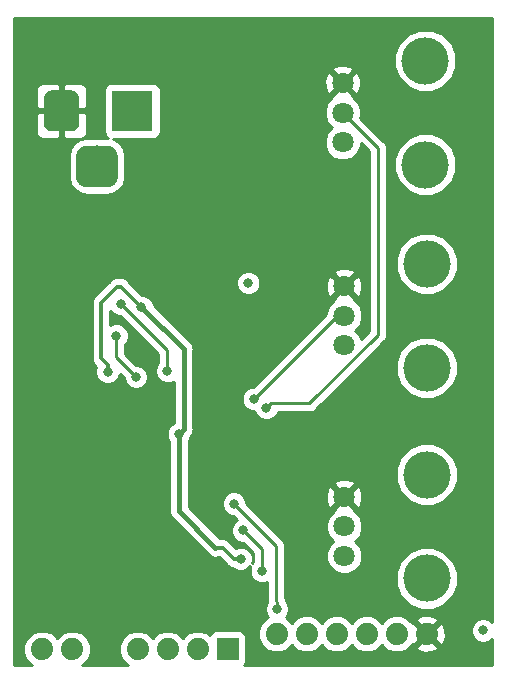
<source format=gbr>
G04 #@! TF.GenerationSoftware,KiCad,Pcbnew,5.0.2-bee76a0~70~ubuntu18.04.1*
G04 #@! TF.CreationDate,2019-12-16T19:01:30-05:00*
G04 #@! TF.ProjectId,LEDStuff,4c454453-7475-4666-962e-6b696361645f,rev?*
G04 #@! TF.SameCoordinates,Original*
G04 #@! TF.FileFunction,Copper,L2,Bot*
G04 #@! TF.FilePolarity,Positive*
%FSLAX46Y46*%
G04 Gerber Fmt 4.6, Leading zero omitted, Abs format (unit mm)*
G04 Created by KiCad (PCBNEW 5.0.2-bee76a0~70~ubuntu18.04.1) date Mon 16 Dec 2019 07:01:30 PM EST*
%MOMM*%
%LPD*%
G01*
G04 APERTURE LIST*
G04 #@! TA.AperFunction,ComponentPad*
%ADD10C,1.879600*%
G04 #@! TD*
G04 #@! TA.AperFunction,ComponentPad*
%ADD11R,3.500000X3.500000*%
G04 #@! TD*
G04 #@! TA.AperFunction,Conductor*
%ADD12C,0.100000*%
G04 #@! TD*
G04 #@! TA.AperFunction,ComponentPad*
%ADD13C,3.000000*%
G04 #@! TD*
G04 #@! TA.AperFunction,ComponentPad*
%ADD14C,3.500000*%
G04 #@! TD*
G04 #@! TA.AperFunction,ComponentPad*
%ADD15C,1.800000*%
G04 #@! TD*
G04 #@! TA.AperFunction,WasherPad*
%ADD16C,4.000000*%
G04 #@! TD*
G04 #@! TA.AperFunction,ComponentPad*
%ADD17R,1.879600X1.879600*%
G04 #@! TD*
G04 #@! TA.AperFunction,ViaPad*
%ADD18C,0.800000*%
G04 #@! TD*
G04 #@! TA.AperFunction,Conductor*
%ADD19C,0.400000*%
G04 #@! TD*
G04 #@! TA.AperFunction,Conductor*
%ADD20C,0.300000*%
G04 #@! TD*
G04 #@! TA.AperFunction,Conductor*
%ADD21C,0.250000*%
G04 #@! TD*
G04 #@! TA.AperFunction,Conductor*
%ADD22C,0.254000*%
G04 #@! TD*
G04 APERTURE END LIST*
D10*
G04 #@! TO.P,J2,1*
G04 #@! TO.N,/MISO*
X153880000Y-120000000D03*
G04 #@! TO.P,J2,2*
G04 #@! TO.N,+5V*
X156420000Y-120000000D03*
G04 #@! TO.P,J2,3*
G04 #@! TO.N,/SCK*
X158960000Y-120000000D03*
G04 #@! TO.P,J2,4*
G04 #@! TO.N,/GREEN_PWM_OUT*
X161500000Y-120000000D03*
G04 #@! TO.P,J2,5*
G04 #@! TO.N,/RESET*
X164040000Y-120000000D03*
G04 #@! TO.P,J2,6*
G04 #@! TO.N,GND*
X166580000Y-120000000D03*
G04 #@! TD*
D11*
G04 #@! TO.P,J1,1*
G04 #@! TO.N,+12V*
X141643100Y-75717400D03*
D12*
G04 #@! TD*
G04 #@! TO.N,GND*
G04 #@! TO.C,J1*
G36*
X136466613Y-73971011D02*
X136539418Y-73981811D01*
X136610814Y-73999695D01*
X136680113Y-74024490D01*
X136746648Y-74055959D01*
X136809778Y-74093798D01*
X136868895Y-74137642D01*
X136923430Y-74187070D01*
X136972858Y-74241605D01*
X137016702Y-74300722D01*
X137054541Y-74363852D01*
X137086010Y-74430387D01*
X137110805Y-74499686D01*
X137128689Y-74571082D01*
X137139489Y-74643887D01*
X137143100Y-74717400D01*
X137143100Y-76717400D01*
X137139489Y-76790913D01*
X137128689Y-76863718D01*
X137110805Y-76935114D01*
X137086010Y-77004413D01*
X137054541Y-77070948D01*
X137016702Y-77134078D01*
X136972858Y-77193195D01*
X136923430Y-77247730D01*
X136868895Y-77297158D01*
X136809778Y-77341002D01*
X136746648Y-77378841D01*
X136680113Y-77410310D01*
X136610814Y-77435105D01*
X136539418Y-77452989D01*
X136466613Y-77463789D01*
X136393100Y-77467400D01*
X134893100Y-77467400D01*
X134819587Y-77463789D01*
X134746782Y-77452989D01*
X134675386Y-77435105D01*
X134606087Y-77410310D01*
X134539552Y-77378841D01*
X134476422Y-77341002D01*
X134417305Y-77297158D01*
X134362770Y-77247730D01*
X134313342Y-77193195D01*
X134269498Y-77134078D01*
X134231659Y-77070948D01*
X134200190Y-77004413D01*
X134175395Y-76935114D01*
X134157511Y-76863718D01*
X134146711Y-76790913D01*
X134143100Y-76717400D01*
X134143100Y-74717400D01*
X134146711Y-74643887D01*
X134157511Y-74571082D01*
X134175395Y-74499686D01*
X134200190Y-74430387D01*
X134231659Y-74363852D01*
X134269498Y-74300722D01*
X134313342Y-74241605D01*
X134362770Y-74187070D01*
X134417305Y-74137642D01*
X134476422Y-74093798D01*
X134539552Y-74055959D01*
X134606087Y-74024490D01*
X134675386Y-73999695D01*
X134746782Y-73981811D01*
X134819587Y-73971011D01*
X134893100Y-73967400D01*
X136393100Y-73967400D01*
X136466613Y-73971011D01*
X136466613Y-73971011D01*
G37*
D13*
G04 #@! TO.P,J1,2*
G04 #@! TO.N,GND*
X135643100Y-75717400D03*
D12*
G04 #@! TD*
G04 #@! TO.N,Net-(J1-Pad3)*
G04 #@! TO.C,J1*
G36*
X139603865Y-78671613D02*
X139688804Y-78684213D01*
X139772099Y-78705077D01*
X139852948Y-78734005D01*
X139930572Y-78770719D01*
X140004224Y-78814864D01*
X140073194Y-78866016D01*
X140136818Y-78923682D01*
X140194484Y-78987306D01*
X140245636Y-79056276D01*
X140289781Y-79129928D01*
X140326495Y-79207552D01*
X140355423Y-79288401D01*
X140376287Y-79371696D01*
X140388887Y-79456635D01*
X140393100Y-79542400D01*
X140393100Y-81292400D01*
X140388887Y-81378165D01*
X140376287Y-81463104D01*
X140355423Y-81546399D01*
X140326495Y-81627248D01*
X140289781Y-81704872D01*
X140245636Y-81778524D01*
X140194484Y-81847494D01*
X140136818Y-81911118D01*
X140073194Y-81968784D01*
X140004224Y-82019936D01*
X139930572Y-82064081D01*
X139852948Y-82100795D01*
X139772099Y-82129723D01*
X139688804Y-82150587D01*
X139603865Y-82163187D01*
X139518100Y-82167400D01*
X137768100Y-82167400D01*
X137682335Y-82163187D01*
X137597396Y-82150587D01*
X137514101Y-82129723D01*
X137433252Y-82100795D01*
X137355628Y-82064081D01*
X137281976Y-82019936D01*
X137213006Y-81968784D01*
X137149382Y-81911118D01*
X137091716Y-81847494D01*
X137040564Y-81778524D01*
X136996419Y-81704872D01*
X136959705Y-81627248D01*
X136930777Y-81546399D01*
X136909913Y-81463104D01*
X136897313Y-81378165D01*
X136893100Y-81292400D01*
X136893100Y-79542400D01*
X136897313Y-79456635D01*
X136909913Y-79371696D01*
X136930777Y-79288401D01*
X136959705Y-79207552D01*
X136996419Y-79129928D01*
X137040564Y-79056276D01*
X137091716Y-78987306D01*
X137149382Y-78923682D01*
X137213006Y-78866016D01*
X137281976Y-78814864D01*
X137355628Y-78770719D01*
X137433252Y-78734005D01*
X137514101Y-78705077D01*
X137597396Y-78684213D01*
X137682335Y-78671613D01*
X137768100Y-78667400D01*
X139518100Y-78667400D01*
X139603865Y-78671613D01*
X139603865Y-78671613D01*
G37*
D14*
G04 #@! TO.P,J1,3*
G04 #@! TO.N,Net-(J1-Pad3)*
X138643100Y-80417400D03*
G04 #@! TD*
D15*
G04 #@! TO.P,RV1,3*
G04 #@! TO.N,GND*
X159448500Y-73371700D03*
G04 #@! TO.P,RV1,2*
G04 #@! TO.N,/RED_POT*
X159448500Y-75871700D03*
G04 #@! TO.P,RV1,1*
G04 #@! TO.N,+5V*
X159448500Y-78371700D03*
D16*
G04 #@! TO.P,RV1,*
G04 #@! TO.N,*
X166448500Y-71471700D03*
X166448500Y-80271700D03*
G04 #@! TD*
G04 #@! TO.P,RV2,*
G04 #@! TO.N,*
X166575500Y-97467500D03*
X166575500Y-88667500D03*
D15*
G04 #@! TO.P,RV2,1*
G04 #@! TO.N,+5V*
X159575500Y-95567500D03*
G04 #@! TO.P,RV2,2*
G04 #@! TO.N,/GREEN_POT*
X159575500Y-93067500D03*
G04 #@! TO.P,RV2,3*
G04 #@! TO.N,GND*
X159575500Y-90567500D03*
G04 #@! TD*
G04 #@! TO.P,RV3,3*
G04 #@! TO.N,GND*
X159575500Y-108411000D03*
G04 #@! TO.P,RV3,2*
G04 #@! TO.N,/BLUE_POT*
X159575500Y-110911000D03*
G04 #@! TO.P,RV3,1*
G04 #@! TO.N,+5V*
X159575500Y-113411000D03*
D16*
G04 #@! TO.P,RV3,*
G04 #@! TO.N,*
X166575500Y-106511000D03*
X166575500Y-115311000D03*
G04 #@! TD*
D17*
G04 #@! TO.P,J3,1*
G04 #@! TO.N,+12V*
X149700000Y-121300000D03*
D10*
G04 #@! TO.P,J3,2*
G04 #@! TO.N,/GREEN_LED_OUT*
X147160000Y-121300000D03*
G04 #@! TO.P,J3,3*
G04 #@! TO.N,/RED_LED_OUT*
X144620000Y-121300000D03*
G04 #@! TO.P,J3,4*
G04 #@! TO.N,/BLUE_LED_OUT*
X142080000Y-121300000D03*
G04 #@! TD*
G04 #@! TO.P,J4,1*
G04 #@! TO.N,/UART_RX_LEVELSHIFTED*
X134000000Y-121300000D03*
G04 #@! TO.P,J4,2*
G04 #@! TO.N,/UART_TX_LEVELSHIFTED*
X136540000Y-121300000D03*
G04 #@! TD*
D18*
G04 #@! TO.N,GND*
X139166600Y-102209600D03*
X145415000Y-114160300D03*
X147662900Y-114439700D03*
X147726400Y-102882700D03*
X143000000Y-97100000D03*
G04 #@! TO.N,+12V*
X171335700Y-119714300D03*
G04 #@! TO.N,+5V*
X145580100Y-103085900D03*
X142405100Y-92316300D03*
X151454302Y-90284300D03*
X150800000Y-113650000D03*
X139550000Y-97800000D03*
G04 #@! TO.N,/RED_POT*
X152971500Y-100863400D03*
G04 #@! TO.N,/GREEN_POT*
X151930100Y-100101400D03*
G04 #@! TO.N,/MISO*
X150241000Y-108978700D03*
X153900000Y-117900000D03*
G04 #@! TO.N,/SCK*
X151029101Y-111250000D03*
X152601048Y-114648952D03*
G04 #@! TO.N,/RXD*
X144600000Y-97750000D03*
X140650000Y-92050000D03*
G04 #@! TO.N,Net-(Q5-Pad3)*
X141950000Y-98250000D03*
X140300000Y-94750000D03*
G04 #@! TD*
D19*
G04 #@! TO.N,+5V*
X145980099Y-102685901D02*
X145980099Y-95891299D01*
X145580100Y-103085900D02*
X145980099Y-102685901D01*
X145980099Y-95891299D02*
X142405100Y-92316300D01*
X145580100Y-103651585D02*
X145580100Y-103085900D01*
X145580100Y-109614540D02*
X145580100Y-103651585D01*
X148678060Y-112712500D02*
X145580100Y-109614540D01*
D20*
X149296815Y-112712500D02*
X148678060Y-112712500D01*
X150234315Y-113650000D02*
X149296815Y-112712500D01*
X150800000Y-113650000D02*
X150234315Y-113650000D01*
X139550000Y-97234315D02*
X139000000Y-96684315D01*
X139550000Y-97800000D02*
X139550000Y-97234315D01*
X139000000Y-96684315D02*
X139000000Y-91950000D01*
X139000000Y-91950000D02*
X140350000Y-90600000D01*
X140688800Y-90600000D02*
X142405100Y-92316300D01*
X140350000Y-90600000D02*
X140688800Y-90600000D01*
D21*
G04 #@! TO.N,/RED_POT*
X156640601Y-100463401D02*
X162420300Y-94683702D01*
X152971500Y-100863400D02*
X153371499Y-100463401D01*
X153371499Y-100463401D02*
X156640601Y-100463401D01*
X162420300Y-78843500D02*
X159448500Y-75871700D01*
X162420300Y-94683702D02*
X162420300Y-78843500D01*
G04 #@! TO.N,/GREEN_POT*
X158964000Y-93067500D02*
X159575500Y-93067500D01*
X151930100Y-100101400D02*
X158964000Y-93067500D01*
G04 #@! TO.N,/MISO*
X153800000Y-112537700D02*
X150241000Y-108978700D01*
X153800000Y-117234315D02*
X153800000Y-112537700D01*
X153900000Y-117334315D02*
X153800000Y-117234315D01*
X153900000Y-117900000D02*
X153900000Y-117334315D01*
G04 #@! TO.N,/SCK*
X152601048Y-112821947D02*
X152601048Y-114083267D01*
X152601048Y-114083267D02*
X152601048Y-114648952D01*
X151029101Y-111250000D02*
X152601048Y-112821947D01*
G04 #@! TO.N,/RXD*
X141049999Y-92449999D02*
X140650000Y-92050000D01*
X144600000Y-97750000D02*
X144600000Y-96000000D01*
X144600000Y-96000000D02*
X141049999Y-92449999D01*
G04 #@! TO.N,Net-(Q5-Pad3)*
X141950000Y-98250000D02*
X140300000Y-96600000D01*
X140300000Y-96600000D02*
X140300000Y-94750000D01*
G04 #@! TD*
D22*
G04 #@! TO.N,GND*
G36*
X172086201Y-119001090D02*
X171921980Y-118836869D01*
X171541574Y-118679300D01*
X171129826Y-118679300D01*
X170749420Y-118836869D01*
X170458269Y-119128020D01*
X170300700Y-119508426D01*
X170300700Y-119920174D01*
X170458269Y-120300580D01*
X170749420Y-120591731D01*
X171129826Y-120749300D01*
X171541574Y-120749300D01*
X171921980Y-120591731D01*
X172086201Y-120427510D01*
X172086201Y-122657800D01*
X151124209Y-122657800D01*
X151237957Y-122487565D01*
X151287240Y-122239800D01*
X151287240Y-120360200D01*
X151237957Y-120112435D01*
X151097609Y-119902391D01*
X150887565Y-119762043D01*
X150639800Y-119712760D01*
X148760200Y-119712760D01*
X148512435Y-119762043D01*
X148302391Y-119902391D01*
X148177061Y-120089958D01*
X148052052Y-119964949D01*
X147473247Y-119725200D01*
X146846753Y-119725200D01*
X146267948Y-119964949D01*
X145890000Y-120342897D01*
X145512052Y-119964949D01*
X144933247Y-119725200D01*
X144306753Y-119725200D01*
X143727948Y-119964949D01*
X143350000Y-120342897D01*
X142972052Y-119964949D01*
X142393247Y-119725200D01*
X141766753Y-119725200D01*
X141187948Y-119964949D01*
X140744949Y-120407948D01*
X140505200Y-120986753D01*
X140505200Y-121613247D01*
X140744949Y-122192052D01*
X141187948Y-122635051D01*
X141242869Y-122657800D01*
X137377131Y-122657800D01*
X137432052Y-122635051D01*
X137875051Y-122192052D01*
X138114800Y-121613247D01*
X138114800Y-120986753D01*
X137875051Y-120407948D01*
X137432052Y-119964949D01*
X136853247Y-119725200D01*
X136226753Y-119725200D01*
X135647948Y-119964949D01*
X135270000Y-120342897D01*
X134892052Y-119964949D01*
X134313247Y-119725200D01*
X133686753Y-119725200D01*
X133107948Y-119964949D01*
X132664949Y-120407948D01*
X132425200Y-120986753D01*
X132425200Y-121613247D01*
X132664949Y-122192052D01*
X133107948Y-122635051D01*
X133162869Y-122657800D01*
X131583500Y-122657800D01*
X131583500Y-91950000D01*
X138199622Y-91950000D01*
X138215001Y-92027317D01*
X138215000Y-96607003D01*
X138199622Y-96684315D01*
X138215000Y-96761627D01*
X138215000Y-96761630D01*
X138260546Y-96990606D01*
X138371727Y-97156999D01*
X138434047Y-97250268D01*
X138499592Y-97294064D01*
X138598373Y-97392845D01*
X138515000Y-97594126D01*
X138515000Y-98005874D01*
X138672569Y-98386280D01*
X138963720Y-98677431D01*
X139344126Y-98835000D01*
X139755874Y-98835000D01*
X140136280Y-98677431D01*
X140427431Y-98386280D01*
X140585000Y-98005874D01*
X140585000Y-97959802D01*
X140915000Y-98289802D01*
X140915000Y-98455874D01*
X141072569Y-98836280D01*
X141363720Y-99127431D01*
X141744126Y-99285000D01*
X142155874Y-99285000D01*
X142536280Y-99127431D01*
X142827431Y-98836280D01*
X142985000Y-98455874D01*
X142985000Y-98044126D01*
X142827431Y-97663720D01*
X142536280Y-97372569D01*
X142155874Y-97215000D01*
X141989802Y-97215000D01*
X141060000Y-96285199D01*
X141060000Y-95453711D01*
X141177431Y-95336280D01*
X141335000Y-94955874D01*
X141335000Y-94544126D01*
X141177431Y-94163720D01*
X140886280Y-93872569D01*
X140505874Y-93715000D01*
X140094126Y-93715000D01*
X139785000Y-93843044D01*
X139785000Y-92648711D01*
X140063720Y-92927431D01*
X140444126Y-93085000D01*
X140610199Y-93085000D01*
X143840001Y-96314803D01*
X143840000Y-97046289D01*
X143722569Y-97163720D01*
X143565000Y-97544126D01*
X143565000Y-97955874D01*
X143722569Y-98336280D01*
X144013720Y-98627431D01*
X144394126Y-98785000D01*
X144805874Y-98785000D01*
X145145100Y-98644488D01*
X145145099Y-102145807D01*
X144993820Y-102208469D01*
X144702669Y-102499620D01*
X144545100Y-102880026D01*
X144545100Y-103291774D01*
X144702669Y-103672180D01*
X144745100Y-103714611D01*
X144745100Y-103733821D01*
X144745101Y-103733826D01*
X144745100Y-109532307D01*
X144728743Y-109614540D01*
X144745100Y-109696773D01*
X144745100Y-109696776D01*
X144793548Y-109940340D01*
X144978099Y-110216541D01*
X145047820Y-110263127D01*
X148145776Y-113361084D01*
X148352259Y-113499052D01*
X148678059Y-113563857D01*
X148978295Y-113504137D01*
X149624568Y-114150411D01*
X149668362Y-114215953D01*
X149733904Y-114259747D01*
X149733906Y-114259749D01*
X149764973Y-114280507D01*
X149928023Y-114389454D01*
X150112422Y-114426133D01*
X150213720Y-114527431D01*
X150594126Y-114685000D01*
X151005874Y-114685000D01*
X151386280Y-114527431D01*
X151633516Y-114280195D01*
X151566048Y-114443078D01*
X151566048Y-114854826D01*
X151723617Y-115235232D01*
X152014768Y-115526383D01*
X152395174Y-115683952D01*
X152806922Y-115683952D01*
X153040000Y-115587408D01*
X153040000Y-117159468D01*
X153025112Y-117234315D01*
X153037864Y-117298425D01*
X153022569Y-117313720D01*
X152865000Y-117694126D01*
X152865000Y-118105874D01*
X153022569Y-118486280D01*
X153138767Y-118602478D01*
X152987948Y-118664949D01*
X152544949Y-119107948D01*
X152305200Y-119686753D01*
X152305200Y-120313247D01*
X152544949Y-120892052D01*
X152987948Y-121335051D01*
X153566753Y-121574800D01*
X154193247Y-121574800D01*
X154772052Y-121335051D01*
X155150000Y-120957103D01*
X155527948Y-121335051D01*
X156106753Y-121574800D01*
X156733247Y-121574800D01*
X157312052Y-121335051D01*
X157690000Y-120957103D01*
X158067948Y-121335051D01*
X158646753Y-121574800D01*
X159273247Y-121574800D01*
X159852052Y-121335051D01*
X160230000Y-120957103D01*
X160607948Y-121335051D01*
X161186753Y-121574800D01*
X161813247Y-121574800D01*
X162392052Y-121335051D01*
X162770000Y-120957103D01*
X163147948Y-121335051D01*
X163726753Y-121574800D01*
X164353247Y-121574800D01*
X164932052Y-121335051D01*
X165158135Y-121108968D01*
X165650637Y-121108968D01*
X165741923Y-121369580D01*
X166329833Y-121586045D01*
X166955828Y-121561049D01*
X167418077Y-121369580D01*
X167509363Y-121108968D01*
X166580000Y-120179605D01*
X165650637Y-121108968D01*
X165158135Y-121108968D01*
X165372317Y-120894786D01*
X165471032Y-120929363D01*
X166400395Y-120000000D01*
X166759605Y-120000000D01*
X167688968Y-120929363D01*
X167949580Y-120838077D01*
X168166045Y-120250167D01*
X168141049Y-119624172D01*
X167949580Y-119161923D01*
X167688968Y-119070637D01*
X166759605Y-120000000D01*
X166400395Y-120000000D01*
X165471032Y-119070637D01*
X165372317Y-119105214D01*
X165158135Y-118891032D01*
X165650637Y-118891032D01*
X166580000Y-119820395D01*
X167509363Y-118891032D01*
X167418077Y-118630420D01*
X166830167Y-118413955D01*
X166204172Y-118438951D01*
X165741923Y-118630420D01*
X165650637Y-118891032D01*
X165158135Y-118891032D01*
X164932052Y-118664949D01*
X164353247Y-118425200D01*
X163726753Y-118425200D01*
X163147948Y-118664949D01*
X162770000Y-119042897D01*
X162392052Y-118664949D01*
X161813247Y-118425200D01*
X161186753Y-118425200D01*
X160607948Y-118664949D01*
X160230000Y-119042897D01*
X159852052Y-118664949D01*
X159273247Y-118425200D01*
X158646753Y-118425200D01*
X158067948Y-118664949D01*
X157690000Y-119042897D01*
X157312052Y-118664949D01*
X156733247Y-118425200D01*
X156106753Y-118425200D01*
X155527948Y-118664949D01*
X155150000Y-119042897D01*
X154772052Y-118664949D01*
X154649517Y-118614194D01*
X154777431Y-118486280D01*
X154935000Y-118105874D01*
X154935000Y-117694126D01*
X154777431Y-117313720D01*
X154644314Y-117180603D01*
X154615904Y-117037778D01*
X154560000Y-116954112D01*
X154560000Y-112612546D01*
X154574888Y-112537699D01*
X154560000Y-112462852D01*
X154560000Y-112462848D01*
X154515904Y-112241163D01*
X154347929Y-111989771D01*
X154284473Y-111947371D01*
X152942772Y-110605670D01*
X158040500Y-110605670D01*
X158040500Y-111216330D01*
X158274190Y-111780507D01*
X158654683Y-112161000D01*
X158274190Y-112541493D01*
X158040500Y-113105670D01*
X158040500Y-113716330D01*
X158274190Y-114280507D01*
X158705993Y-114712310D01*
X159270170Y-114946000D01*
X159880830Y-114946000D01*
X160265013Y-114786866D01*
X163940500Y-114786866D01*
X163940500Y-115835134D01*
X164341655Y-116803608D01*
X165082892Y-117544845D01*
X166051366Y-117946000D01*
X167099634Y-117946000D01*
X168068108Y-117544845D01*
X168809345Y-116803608D01*
X169210500Y-115835134D01*
X169210500Y-114786866D01*
X168809345Y-113818392D01*
X168068108Y-113077155D01*
X167099634Y-112676000D01*
X166051366Y-112676000D01*
X165082892Y-113077155D01*
X164341655Y-113818392D01*
X163940500Y-114786866D01*
X160265013Y-114786866D01*
X160445007Y-114712310D01*
X160876810Y-114280507D01*
X161110500Y-113716330D01*
X161110500Y-113105670D01*
X160876810Y-112541493D01*
X160496317Y-112161000D01*
X160876810Y-111780507D01*
X161110500Y-111216330D01*
X161110500Y-110605670D01*
X160876810Y-110041493D01*
X160445007Y-109609690D01*
X160437210Y-109606461D01*
X160476054Y-109491159D01*
X159575500Y-108590605D01*
X158674946Y-109491159D01*
X158713790Y-109606461D01*
X158705993Y-109609690D01*
X158274190Y-110041493D01*
X158040500Y-110605670D01*
X152942772Y-110605670D01*
X151276000Y-108938899D01*
X151276000Y-108772826D01*
X151118431Y-108392420D01*
X150896347Y-108170336D01*
X158029042Y-108170336D01*
X158054661Y-108780460D01*
X158238857Y-109225148D01*
X158495341Y-109311554D01*
X159395895Y-108411000D01*
X159755105Y-108411000D01*
X160655659Y-109311554D01*
X160912143Y-109225148D01*
X161121958Y-108651664D01*
X161096339Y-108041540D01*
X160912143Y-107596852D01*
X160655659Y-107510446D01*
X159755105Y-108411000D01*
X159395895Y-108411000D01*
X158495341Y-107510446D01*
X158238857Y-107596852D01*
X158029042Y-108170336D01*
X150896347Y-108170336D01*
X150827280Y-108101269D01*
X150446874Y-107943700D01*
X150035126Y-107943700D01*
X149654720Y-108101269D01*
X149363569Y-108392420D01*
X149206000Y-108772826D01*
X149206000Y-109184574D01*
X149363569Y-109564980D01*
X149654720Y-109856131D01*
X150035126Y-110013700D01*
X150201199Y-110013700D01*
X150525727Y-110338228D01*
X150442821Y-110372569D01*
X150151670Y-110663720D01*
X149994101Y-111044126D01*
X149994101Y-111455874D01*
X150151670Y-111836280D01*
X150442821Y-112127431D01*
X150823227Y-112285000D01*
X150989300Y-112285000D01*
X151841048Y-113136749D01*
X151841049Y-113945240D01*
X151767532Y-114018757D01*
X151835000Y-113855874D01*
X151835000Y-113444126D01*
X151677431Y-113063720D01*
X151386280Y-112772569D01*
X151005874Y-112615000D01*
X150594126Y-112615000D01*
X150392846Y-112698373D01*
X149906564Y-112212092D01*
X149862768Y-112146547D01*
X149603107Y-111973046D01*
X149374131Y-111927500D01*
X149374127Y-111927500D01*
X149296815Y-111912122D01*
X149219503Y-111927500D01*
X149073928Y-111927500D01*
X146415100Y-109268673D01*
X146415100Y-107330841D01*
X158674946Y-107330841D01*
X159575500Y-108231395D01*
X160476054Y-107330841D01*
X160389648Y-107074357D01*
X159816164Y-106864542D01*
X159206040Y-106890161D01*
X158761352Y-107074357D01*
X158674946Y-107330841D01*
X146415100Y-107330841D01*
X146415100Y-105986866D01*
X163940500Y-105986866D01*
X163940500Y-107035134D01*
X164341655Y-108003608D01*
X165082892Y-108744845D01*
X166051366Y-109146000D01*
X167099634Y-109146000D01*
X168068108Y-108744845D01*
X168809345Y-108003608D01*
X169210500Y-107035134D01*
X169210500Y-105986866D01*
X168809345Y-105018392D01*
X168068108Y-104277155D01*
X167099634Y-103876000D01*
X166051366Y-103876000D01*
X165082892Y-104277155D01*
X164341655Y-105018392D01*
X163940500Y-105986866D01*
X146415100Y-105986866D01*
X146415100Y-103714611D01*
X146457531Y-103672180D01*
X146615100Y-103291774D01*
X146615100Y-103238514D01*
X146766651Y-103011702D01*
X146815099Y-102768138D01*
X146815099Y-102768135D01*
X146831456Y-102685902D01*
X146815099Y-102603669D01*
X146815099Y-99895526D01*
X150895100Y-99895526D01*
X150895100Y-100307274D01*
X151052669Y-100687680D01*
X151343820Y-100978831D01*
X151724226Y-101136400D01*
X151964304Y-101136400D01*
X152094069Y-101449680D01*
X152385220Y-101740831D01*
X152765626Y-101898400D01*
X153177374Y-101898400D01*
X153557780Y-101740831D01*
X153848931Y-101449680D01*
X153942659Y-101223401D01*
X156565754Y-101223401D01*
X156640601Y-101238289D01*
X156715448Y-101223401D01*
X156715453Y-101223401D01*
X156937138Y-101179305D01*
X157188530Y-101011330D01*
X157230932Y-100947871D01*
X161235437Y-96943366D01*
X163940500Y-96943366D01*
X163940500Y-97991634D01*
X164341655Y-98960108D01*
X165082892Y-99701345D01*
X166051366Y-100102500D01*
X167099634Y-100102500D01*
X168068108Y-99701345D01*
X168809345Y-98960108D01*
X169210500Y-97991634D01*
X169210500Y-96943366D01*
X168809345Y-95974892D01*
X168068108Y-95233655D01*
X167099634Y-94832500D01*
X166051366Y-94832500D01*
X165082892Y-95233655D01*
X164341655Y-95974892D01*
X163940500Y-96943366D01*
X161235437Y-96943366D01*
X162904773Y-95274031D01*
X162968229Y-95231631D01*
X163011224Y-95167284D01*
X163136204Y-94980240D01*
X163165591Y-94832500D01*
X163180300Y-94758554D01*
X163180300Y-94758550D01*
X163195188Y-94683702D01*
X163180300Y-94608854D01*
X163180300Y-88143366D01*
X163940500Y-88143366D01*
X163940500Y-89191634D01*
X164341655Y-90160108D01*
X165082892Y-90901345D01*
X166051366Y-91302500D01*
X167099634Y-91302500D01*
X168068108Y-90901345D01*
X168809345Y-90160108D01*
X169210500Y-89191634D01*
X169210500Y-88143366D01*
X168809345Y-87174892D01*
X168068108Y-86433655D01*
X167099634Y-86032500D01*
X166051366Y-86032500D01*
X165082892Y-86433655D01*
X164341655Y-87174892D01*
X163940500Y-88143366D01*
X163180300Y-88143366D01*
X163180300Y-79747566D01*
X163813500Y-79747566D01*
X163813500Y-80795834D01*
X164214655Y-81764308D01*
X164955892Y-82505545D01*
X165924366Y-82906700D01*
X166972634Y-82906700D01*
X167941108Y-82505545D01*
X168682345Y-81764308D01*
X169083500Y-80795834D01*
X169083500Y-79747566D01*
X168682345Y-78779092D01*
X167941108Y-78037855D01*
X166972634Y-77636700D01*
X165924366Y-77636700D01*
X164955892Y-78037855D01*
X164214655Y-78779092D01*
X163813500Y-79747566D01*
X163180300Y-79747566D01*
X163180300Y-78918347D01*
X163195188Y-78843500D01*
X163180300Y-78768653D01*
X163180300Y-78768648D01*
X163136204Y-78546963D01*
X162968229Y-78295571D01*
X162904773Y-78253171D01*
X160938140Y-76286539D01*
X160983500Y-76177030D01*
X160983500Y-75566370D01*
X160749810Y-75002193D01*
X160318007Y-74570390D01*
X160310210Y-74567161D01*
X160349054Y-74451859D01*
X159448500Y-73551305D01*
X158547946Y-74451859D01*
X158586790Y-74567161D01*
X158578993Y-74570390D01*
X158147190Y-75002193D01*
X157913500Y-75566370D01*
X157913500Y-76177030D01*
X158147190Y-76741207D01*
X158527683Y-77121700D01*
X158147190Y-77502193D01*
X157913500Y-78066370D01*
X157913500Y-78677030D01*
X158147190Y-79241207D01*
X158578993Y-79673010D01*
X159143170Y-79906700D01*
X159753830Y-79906700D01*
X160318007Y-79673010D01*
X160749810Y-79241207D01*
X160983500Y-78677030D01*
X160983500Y-78481502D01*
X161660301Y-79158303D01*
X161660300Y-94368900D01*
X161009900Y-95019300D01*
X160876810Y-94697993D01*
X160496317Y-94317500D01*
X160876810Y-93937007D01*
X161110500Y-93372830D01*
X161110500Y-92762170D01*
X160876810Y-92197993D01*
X160445007Y-91766190D01*
X160437210Y-91762961D01*
X160476054Y-91647659D01*
X159575500Y-90747105D01*
X158674946Y-91647659D01*
X158713790Y-91762961D01*
X158705993Y-91766190D01*
X158274190Y-92197993D01*
X158040500Y-92762170D01*
X158040500Y-92916198D01*
X151890299Y-99066400D01*
X151724226Y-99066400D01*
X151343820Y-99223969D01*
X151052669Y-99515120D01*
X150895100Y-99895526D01*
X146815099Y-99895526D01*
X146815099Y-95973531D01*
X146831456Y-95891298D01*
X146815099Y-95809065D01*
X146815099Y-95809062D01*
X146766651Y-95565498D01*
X146582100Y-95289298D01*
X146512382Y-95242714D01*
X143440100Y-92170433D01*
X143440100Y-92110426D01*
X143282531Y-91730020D01*
X142991380Y-91438869D01*
X142610974Y-91281300D01*
X142480257Y-91281300D01*
X141298549Y-90099592D01*
X141284407Y-90078426D01*
X150419302Y-90078426D01*
X150419302Y-90490174D01*
X150576871Y-90870580D01*
X150868022Y-91161731D01*
X151248428Y-91319300D01*
X151660176Y-91319300D01*
X152040582Y-91161731D01*
X152331733Y-90870580D01*
X152489302Y-90490174D01*
X152489302Y-90326836D01*
X158029042Y-90326836D01*
X158054661Y-90936960D01*
X158238857Y-91381648D01*
X158495341Y-91468054D01*
X159395895Y-90567500D01*
X159755105Y-90567500D01*
X160655659Y-91468054D01*
X160912143Y-91381648D01*
X161121958Y-90808164D01*
X161096339Y-90198040D01*
X160912143Y-89753352D01*
X160655659Y-89666946D01*
X159755105Y-90567500D01*
X159395895Y-90567500D01*
X158495341Y-89666946D01*
X158238857Y-89753352D01*
X158029042Y-90326836D01*
X152489302Y-90326836D01*
X152489302Y-90078426D01*
X152331733Y-89698020D01*
X152121054Y-89487341D01*
X158674946Y-89487341D01*
X159575500Y-90387895D01*
X160476054Y-89487341D01*
X160389648Y-89230857D01*
X159816164Y-89021042D01*
X159206040Y-89046661D01*
X158761352Y-89230857D01*
X158674946Y-89487341D01*
X152121054Y-89487341D01*
X152040582Y-89406869D01*
X151660176Y-89249300D01*
X151248428Y-89249300D01*
X150868022Y-89406869D01*
X150576871Y-89698020D01*
X150419302Y-90078426D01*
X141284407Y-90078426D01*
X141254753Y-90034047D01*
X140995092Y-89860546D01*
X140766116Y-89815000D01*
X140766112Y-89815000D01*
X140688800Y-89799622D01*
X140611488Y-89815000D01*
X140427310Y-89815000D01*
X140349999Y-89799622D01*
X140272688Y-89815000D01*
X140272684Y-89815000D01*
X140043708Y-89860546D01*
X140043706Y-89860547D01*
X140043707Y-89860547D01*
X139849591Y-89990251D01*
X139849589Y-89990253D01*
X139784047Y-90034047D01*
X139740253Y-90099589D01*
X138499590Y-91340253D01*
X138434048Y-91384047D01*
X138390254Y-91449589D01*
X138390251Y-91449592D01*
X138260546Y-91643709D01*
X138199622Y-91950000D01*
X131583500Y-91950000D01*
X131583500Y-79542400D01*
X136245660Y-79542400D01*
X136245660Y-81292400D01*
X136361549Y-81875013D01*
X136691572Y-82368928D01*
X137185487Y-82698951D01*
X137768100Y-82814840D01*
X139518100Y-82814840D01*
X140100713Y-82698951D01*
X140594628Y-82368928D01*
X140924651Y-81875013D01*
X141040540Y-81292400D01*
X141040540Y-79542400D01*
X140924651Y-78959787D01*
X140594628Y-78465872D01*
X140100713Y-78135849D01*
X139995094Y-78114840D01*
X143393100Y-78114840D01*
X143640865Y-78065557D01*
X143850909Y-77925209D01*
X143991257Y-77715165D01*
X144040540Y-77467400D01*
X144040540Y-73967400D01*
X143991257Y-73719635D01*
X143850909Y-73509591D01*
X143640865Y-73369243D01*
X143393100Y-73319960D01*
X139893100Y-73319960D01*
X139645335Y-73369243D01*
X139435291Y-73509591D01*
X139294943Y-73719635D01*
X139245660Y-73967400D01*
X139245660Y-77467400D01*
X139294943Y-77715165D01*
X139435291Y-77925209D01*
X139602101Y-78036669D01*
X139518100Y-78019960D01*
X137768100Y-78019960D01*
X137185487Y-78135849D01*
X136691572Y-78465872D01*
X136361549Y-78959787D01*
X136245660Y-79542400D01*
X131583500Y-79542400D01*
X131583500Y-76003150D01*
X133508100Y-76003150D01*
X133508100Y-77593710D01*
X133604773Y-77827099D01*
X133783402Y-78005727D01*
X134016791Y-78102400D01*
X135357350Y-78102400D01*
X135516100Y-77943650D01*
X135516100Y-75844400D01*
X135770100Y-75844400D01*
X135770100Y-77943650D01*
X135928850Y-78102400D01*
X137269409Y-78102400D01*
X137502798Y-78005727D01*
X137681427Y-77827099D01*
X137778100Y-77593710D01*
X137778100Y-76003150D01*
X137619350Y-75844400D01*
X135770100Y-75844400D01*
X135516100Y-75844400D01*
X133666850Y-75844400D01*
X133508100Y-76003150D01*
X131583500Y-76003150D01*
X131583500Y-73841090D01*
X133508100Y-73841090D01*
X133508100Y-75431650D01*
X133666850Y-75590400D01*
X135516100Y-75590400D01*
X135516100Y-73491150D01*
X135770100Y-73491150D01*
X135770100Y-75590400D01*
X137619350Y-75590400D01*
X137778100Y-75431650D01*
X137778100Y-73841090D01*
X137681427Y-73607701D01*
X137502798Y-73429073D01*
X137269409Y-73332400D01*
X135928850Y-73332400D01*
X135770100Y-73491150D01*
X135516100Y-73491150D01*
X135357350Y-73332400D01*
X134016791Y-73332400D01*
X133783402Y-73429073D01*
X133604773Y-73607701D01*
X133508100Y-73841090D01*
X131583500Y-73841090D01*
X131583500Y-73131036D01*
X157902042Y-73131036D01*
X157927661Y-73741160D01*
X158111857Y-74185848D01*
X158368341Y-74272254D01*
X159268895Y-73371700D01*
X159628105Y-73371700D01*
X160528659Y-74272254D01*
X160785143Y-74185848D01*
X160994958Y-73612364D01*
X160969339Y-73002240D01*
X160785143Y-72557552D01*
X160528659Y-72471146D01*
X159628105Y-73371700D01*
X159268895Y-73371700D01*
X158368341Y-72471146D01*
X158111857Y-72557552D01*
X157902042Y-73131036D01*
X131583500Y-73131036D01*
X131583500Y-72291541D01*
X158547946Y-72291541D01*
X159448500Y-73192095D01*
X160349054Y-72291541D01*
X160262648Y-72035057D01*
X159689164Y-71825242D01*
X159079040Y-71850861D01*
X158634352Y-72035057D01*
X158547946Y-72291541D01*
X131583500Y-72291541D01*
X131583500Y-70947566D01*
X163813500Y-70947566D01*
X163813500Y-71995834D01*
X164214655Y-72964308D01*
X164955892Y-73705545D01*
X165924366Y-74106700D01*
X166972634Y-74106700D01*
X167941108Y-73705545D01*
X168682345Y-72964308D01*
X169083500Y-71995834D01*
X169083500Y-70947566D01*
X168682345Y-69979092D01*
X167941108Y-69237855D01*
X166972634Y-68836700D01*
X165924366Y-68836700D01*
X164955892Y-69237855D01*
X164214655Y-69979092D01*
X163813500Y-70947566D01*
X131583500Y-70947566D01*
X131583500Y-67842200D01*
X172086200Y-67842200D01*
X172086201Y-119001090D01*
X172086201Y-119001090D01*
G37*
X172086201Y-119001090D02*
X171921980Y-118836869D01*
X171541574Y-118679300D01*
X171129826Y-118679300D01*
X170749420Y-118836869D01*
X170458269Y-119128020D01*
X170300700Y-119508426D01*
X170300700Y-119920174D01*
X170458269Y-120300580D01*
X170749420Y-120591731D01*
X171129826Y-120749300D01*
X171541574Y-120749300D01*
X171921980Y-120591731D01*
X172086201Y-120427510D01*
X172086201Y-122657800D01*
X151124209Y-122657800D01*
X151237957Y-122487565D01*
X151287240Y-122239800D01*
X151287240Y-120360200D01*
X151237957Y-120112435D01*
X151097609Y-119902391D01*
X150887565Y-119762043D01*
X150639800Y-119712760D01*
X148760200Y-119712760D01*
X148512435Y-119762043D01*
X148302391Y-119902391D01*
X148177061Y-120089958D01*
X148052052Y-119964949D01*
X147473247Y-119725200D01*
X146846753Y-119725200D01*
X146267948Y-119964949D01*
X145890000Y-120342897D01*
X145512052Y-119964949D01*
X144933247Y-119725200D01*
X144306753Y-119725200D01*
X143727948Y-119964949D01*
X143350000Y-120342897D01*
X142972052Y-119964949D01*
X142393247Y-119725200D01*
X141766753Y-119725200D01*
X141187948Y-119964949D01*
X140744949Y-120407948D01*
X140505200Y-120986753D01*
X140505200Y-121613247D01*
X140744949Y-122192052D01*
X141187948Y-122635051D01*
X141242869Y-122657800D01*
X137377131Y-122657800D01*
X137432052Y-122635051D01*
X137875051Y-122192052D01*
X138114800Y-121613247D01*
X138114800Y-120986753D01*
X137875051Y-120407948D01*
X137432052Y-119964949D01*
X136853247Y-119725200D01*
X136226753Y-119725200D01*
X135647948Y-119964949D01*
X135270000Y-120342897D01*
X134892052Y-119964949D01*
X134313247Y-119725200D01*
X133686753Y-119725200D01*
X133107948Y-119964949D01*
X132664949Y-120407948D01*
X132425200Y-120986753D01*
X132425200Y-121613247D01*
X132664949Y-122192052D01*
X133107948Y-122635051D01*
X133162869Y-122657800D01*
X131583500Y-122657800D01*
X131583500Y-91950000D01*
X138199622Y-91950000D01*
X138215001Y-92027317D01*
X138215000Y-96607003D01*
X138199622Y-96684315D01*
X138215000Y-96761627D01*
X138215000Y-96761630D01*
X138260546Y-96990606D01*
X138371727Y-97156999D01*
X138434047Y-97250268D01*
X138499592Y-97294064D01*
X138598373Y-97392845D01*
X138515000Y-97594126D01*
X138515000Y-98005874D01*
X138672569Y-98386280D01*
X138963720Y-98677431D01*
X139344126Y-98835000D01*
X139755874Y-98835000D01*
X140136280Y-98677431D01*
X140427431Y-98386280D01*
X140585000Y-98005874D01*
X140585000Y-97959802D01*
X140915000Y-98289802D01*
X140915000Y-98455874D01*
X141072569Y-98836280D01*
X141363720Y-99127431D01*
X141744126Y-99285000D01*
X142155874Y-99285000D01*
X142536280Y-99127431D01*
X142827431Y-98836280D01*
X142985000Y-98455874D01*
X142985000Y-98044126D01*
X142827431Y-97663720D01*
X142536280Y-97372569D01*
X142155874Y-97215000D01*
X141989802Y-97215000D01*
X141060000Y-96285199D01*
X141060000Y-95453711D01*
X141177431Y-95336280D01*
X141335000Y-94955874D01*
X141335000Y-94544126D01*
X141177431Y-94163720D01*
X140886280Y-93872569D01*
X140505874Y-93715000D01*
X140094126Y-93715000D01*
X139785000Y-93843044D01*
X139785000Y-92648711D01*
X140063720Y-92927431D01*
X140444126Y-93085000D01*
X140610199Y-93085000D01*
X143840001Y-96314803D01*
X143840000Y-97046289D01*
X143722569Y-97163720D01*
X143565000Y-97544126D01*
X143565000Y-97955874D01*
X143722569Y-98336280D01*
X144013720Y-98627431D01*
X144394126Y-98785000D01*
X144805874Y-98785000D01*
X145145100Y-98644488D01*
X145145099Y-102145807D01*
X144993820Y-102208469D01*
X144702669Y-102499620D01*
X144545100Y-102880026D01*
X144545100Y-103291774D01*
X144702669Y-103672180D01*
X144745100Y-103714611D01*
X144745100Y-103733821D01*
X144745101Y-103733826D01*
X144745100Y-109532307D01*
X144728743Y-109614540D01*
X144745100Y-109696773D01*
X144745100Y-109696776D01*
X144793548Y-109940340D01*
X144978099Y-110216541D01*
X145047820Y-110263127D01*
X148145776Y-113361084D01*
X148352259Y-113499052D01*
X148678059Y-113563857D01*
X148978295Y-113504137D01*
X149624568Y-114150411D01*
X149668362Y-114215953D01*
X149733904Y-114259747D01*
X149733906Y-114259749D01*
X149764973Y-114280507D01*
X149928023Y-114389454D01*
X150112422Y-114426133D01*
X150213720Y-114527431D01*
X150594126Y-114685000D01*
X151005874Y-114685000D01*
X151386280Y-114527431D01*
X151633516Y-114280195D01*
X151566048Y-114443078D01*
X151566048Y-114854826D01*
X151723617Y-115235232D01*
X152014768Y-115526383D01*
X152395174Y-115683952D01*
X152806922Y-115683952D01*
X153040000Y-115587408D01*
X153040000Y-117159468D01*
X153025112Y-117234315D01*
X153037864Y-117298425D01*
X153022569Y-117313720D01*
X152865000Y-117694126D01*
X152865000Y-118105874D01*
X153022569Y-118486280D01*
X153138767Y-118602478D01*
X152987948Y-118664949D01*
X152544949Y-119107948D01*
X152305200Y-119686753D01*
X152305200Y-120313247D01*
X152544949Y-120892052D01*
X152987948Y-121335051D01*
X153566753Y-121574800D01*
X154193247Y-121574800D01*
X154772052Y-121335051D01*
X155150000Y-120957103D01*
X155527948Y-121335051D01*
X156106753Y-121574800D01*
X156733247Y-121574800D01*
X157312052Y-121335051D01*
X157690000Y-120957103D01*
X158067948Y-121335051D01*
X158646753Y-121574800D01*
X159273247Y-121574800D01*
X159852052Y-121335051D01*
X160230000Y-120957103D01*
X160607948Y-121335051D01*
X161186753Y-121574800D01*
X161813247Y-121574800D01*
X162392052Y-121335051D01*
X162770000Y-120957103D01*
X163147948Y-121335051D01*
X163726753Y-121574800D01*
X164353247Y-121574800D01*
X164932052Y-121335051D01*
X165158135Y-121108968D01*
X165650637Y-121108968D01*
X165741923Y-121369580D01*
X166329833Y-121586045D01*
X166955828Y-121561049D01*
X167418077Y-121369580D01*
X167509363Y-121108968D01*
X166580000Y-120179605D01*
X165650637Y-121108968D01*
X165158135Y-121108968D01*
X165372317Y-120894786D01*
X165471032Y-120929363D01*
X166400395Y-120000000D01*
X166759605Y-120000000D01*
X167688968Y-120929363D01*
X167949580Y-120838077D01*
X168166045Y-120250167D01*
X168141049Y-119624172D01*
X167949580Y-119161923D01*
X167688968Y-119070637D01*
X166759605Y-120000000D01*
X166400395Y-120000000D01*
X165471032Y-119070637D01*
X165372317Y-119105214D01*
X165158135Y-118891032D01*
X165650637Y-118891032D01*
X166580000Y-119820395D01*
X167509363Y-118891032D01*
X167418077Y-118630420D01*
X166830167Y-118413955D01*
X166204172Y-118438951D01*
X165741923Y-118630420D01*
X165650637Y-118891032D01*
X165158135Y-118891032D01*
X164932052Y-118664949D01*
X164353247Y-118425200D01*
X163726753Y-118425200D01*
X163147948Y-118664949D01*
X162770000Y-119042897D01*
X162392052Y-118664949D01*
X161813247Y-118425200D01*
X161186753Y-118425200D01*
X160607948Y-118664949D01*
X160230000Y-119042897D01*
X159852052Y-118664949D01*
X159273247Y-118425200D01*
X158646753Y-118425200D01*
X158067948Y-118664949D01*
X157690000Y-119042897D01*
X157312052Y-118664949D01*
X156733247Y-118425200D01*
X156106753Y-118425200D01*
X155527948Y-118664949D01*
X155150000Y-119042897D01*
X154772052Y-118664949D01*
X154649517Y-118614194D01*
X154777431Y-118486280D01*
X154935000Y-118105874D01*
X154935000Y-117694126D01*
X154777431Y-117313720D01*
X154644314Y-117180603D01*
X154615904Y-117037778D01*
X154560000Y-116954112D01*
X154560000Y-112612546D01*
X154574888Y-112537699D01*
X154560000Y-112462852D01*
X154560000Y-112462848D01*
X154515904Y-112241163D01*
X154347929Y-111989771D01*
X154284473Y-111947371D01*
X152942772Y-110605670D01*
X158040500Y-110605670D01*
X158040500Y-111216330D01*
X158274190Y-111780507D01*
X158654683Y-112161000D01*
X158274190Y-112541493D01*
X158040500Y-113105670D01*
X158040500Y-113716330D01*
X158274190Y-114280507D01*
X158705993Y-114712310D01*
X159270170Y-114946000D01*
X159880830Y-114946000D01*
X160265013Y-114786866D01*
X163940500Y-114786866D01*
X163940500Y-115835134D01*
X164341655Y-116803608D01*
X165082892Y-117544845D01*
X166051366Y-117946000D01*
X167099634Y-117946000D01*
X168068108Y-117544845D01*
X168809345Y-116803608D01*
X169210500Y-115835134D01*
X169210500Y-114786866D01*
X168809345Y-113818392D01*
X168068108Y-113077155D01*
X167099634Y-112676000D01*
X166051366Y-112676000D01*
X165082892Y-113077155D01*
X164341655Y-113818392D01*
X163940500Y-114786866D01*
X160265013Y-114786866D01*
X160445007Y-114712310D01*
X160876810Y-114280507D01*
X161110500Y-113716330D01*
X161110500Y-113105670D01*
X160876810Y-112541493D01*
X160496317Y-112161000D01*
X160876810Y-111780507D01*
X161110500Y-111216330D01*
X161110500Y-110605670D01*
X160876810Y-110041493D01*
X160445007Y-109609690D01*
X160437210Y-109606461D01*
X160476054Y-109491159D01*
X159575500Y-108590605D01*
X158674946Y-109491159D01*
X158713790Y-109606461D01*
X158705993Y-109609690D01*
X158274190Y-110041493D01*
X158040500Y-110605670D01*
X152942772Y-110605670D01*
X151276000Y-108938899D01*
X151276000Y-108772826D01*
X151118431Y-108392420D01*
X150896347Y-108170336D01*
X158029042Y-108170336D01*
X158054661Y-108780460D01*
X158238857Y-109225148D01*
X158495341Y-109311554D01*
X159395895Y-108411000D01*
X159755105Y-108411000D01*
X160655659Y-109311554D01*
X160912143Y-109225148D01*
X161121958Y-108651664D01*
X161096339Y-108041540D01*
X160912143Y-107596852D01*
X160655659Y-107510446D01*
X159755105Y-108411000D01*
X159395895Y-108411000D01*
X158495341Y-107510446D01*
X158238857Y-107596852D01*
X158029042Y-108170336D01*
X150896347Y-108170336D01*
X150827280Y-108101269D01*
X150446874Y-107943700D01*
X150035126Y-107943700D01*
X149654720Y-108101269D01*
X149363569Y-108392420D01*
X149206000Y-108772826D01*
X149206000Y-109184574D01*
X149363569Y-109564980D01*
X149654720Y-109856131D01*
X150035126Y-110013700D01*
X150201199Y-110013700D01*
X150525727Y-110338228D01*
X150442821Y-110372569D01*
X150151670Y-110663720D01*
X149994101Y-111044126D01*
X149994101Y-111455874D01*
X150151670Y-111836280D01*
X150442821Y-112127431D01*
X150823227Y-112285000D01*
X150989300Y-112285000D01*
X151841048Y-113136749D01*
X151841049Y-113945240D01*
X151767532Y-114018757D01*
X151835000Y-113855874D01*
X151835000Y-113444126D01*
X151677431Y-113063720D01*
X151386280Y-112772569D01*
X151005874Y-112615000D01*
X150594126Y-112615000D01*
X150392846Y-112698373D01*
X149906564Y-112212092D01*
X149862768Y-112146547D01*
X149603107Y-111973046D01*
X149374131Y-111927500D01*
X149374127Y-111927500D01*
X149296815Y-111912122D01*
X149219503Y-111927500D01*
X149073928Y-111927500D01*
X146415100Y-109268673D01*
X146415100Y-107330841D01*
X158674946Y-107330841D01*
X159575500Y-108231395D01*
X160476054Y-107330841D01*
X160389648Y-107074357D01*
X159816164Y-106864542D01*
X159206040Y-106890161D01*
X158761352Y-107074357D01*
X158674946Y-107330841D01*
X146415100Y-107330841D01*
X146415100Y-105986866D01*
X163940500Y-105986866D01*
X163940500Y-107035134D01*
X164341655Y-108003608D01*
X165082892Y-108744845D01*
X166051366Y-109146000D01*
X167099634Y-109146000D01*
X168068108Y-108744845D01*
X168809345Y-108003608D01*
X169210500Y-107035134D01*
X169210500Y-105986866D01*
X168809345Y-105018392D01*
X168068108Y-104277155D01*
X167099634Y-103876000D01*
X166051366Y-103876000D01*
X165082892Y-104277155D01*
X164341655Y-105018392D01*
X163940500Y-105986866D01*
X146415100Y-105986866D01*
X146415100Y-103714611D01*
X146457531Y-103672180D01*
X146615100Y-103291774D01*
X146615100Y-103238514D01*
X146766651Y-103011702D01*
X146815099Y-102768138D01*
X146815099Y-102768135D01*
X146831456Y-102685902D01*
X146815099Y-102603669D01*
X146815099Y-99895526D01*
X150895100Y-99895526D01*
X150895100Y-100307274D01*
X151052669Y-100687680D01*
X151343820Y-100978831D01*
X151724226Y-101136400D01*
X151964304Y-101136400D01*
X152094069Y-101449680D01*
X152385220Y-101740831D01*
X152765626Y-101898400D01*
X153177374Y-101898400D01*
X153557780Y-101740831D01*
X153848931Y-101449680D01*
X153942659Y-101223401D01*
X156565754Y-101223401D01*
X156640601Y-101238289D01*
X156715448Y-101223401D01*
X156715453Y-101223401D01*
X156937138Y-101179305D01*
X157188530Y-101011330D01*
X157230932Y-100947871D01*
X161235437Y-96943366D01*
X163940500Y-96943366D01*
X163940500Y-97991634D01*
X164341655Y-98960108D01*
X165082892Y-99701345D01*
X166051366Y-100102500D01*
X167099634Y-100102500D01*
X168068108Y-99701345D01*
X168809345Y-98960108D01*
X169210500Y-97991634D01*
X169210500Y-96943366D01*
X168809345Y-95974892D01*
X168068108Y-95233655D01*
X167099634Y-94832500D01*
X166051366Y-94832500D01*
X165082892Y-95233655D01*
X164341655Y-95974892D01*
X163940500Y-96943366D01*
X161235437Y-96943366D01*
X162904773Y-95274031D01*
X162968229Y-95231631D01*
X163011224Y-95167284D01*
X163136204Y-94980240D01*
X163165591Y-94832500D01*
X163180300Y-94758554D01*
X163180300Y-94758550D01*
X163195188Y-94683702D01*
X163180300Y-94608854D01*
X163180300Y-88143366D01*
X163940500Y-88143366D01*
X163940500Y-89191634D01*
X164341655Y-90160108D01*
X165082892Y-90901345D01*
X166051366Y-91302500D01*
X167099634Y-91302500D01*
X168068108Y-90901345D01*
X168809345Y-90160108D01*
X169210500Y-89191634D01*
X169210500Y-88143366D01*
X168809345Y-87174892D01*
X168068108Y-86433655D01*
X167099634Y-86032500D01*
X166051366Y-86032500D01*
X165082892Y-86433655D01*
X164341655Y-87174892D01*
X163940500Y-88143366D01*
X163180300Y-88143366D01*
X163180300Y-79747566D01*
X163813500Y-79747566D01*
X163813500Y-80795834D01*
X164214655Y-81764308D01*
X164955892Y-82505545D01*
X165924366Y-82906700D01*
X166972634Y-82906700D01*
X167941108Y-82505545D01*
X168682345Y-81764308D01*
X169083500Y-80795834D01*
X169083500Y-79747566D01*
X168682345Y-78779092D01*
X167941108Y-78037855D01*
X166972634Y-77636700D01*
X165924366Y-77636700D01*
X164955892Y-78037855D01*
X164214655Y-78779092D01*
X163813500Y-79747566D01*
X163180300Y-79747566D01*
X163180300Y-78918347D01*
X163195188Y-78843500D01*
X163180300Y-78768653D01*
X163180300Y-78768648D01*
X163136204Y-78546963D01*
X162968229Y-78295571D01*
X162904773Y-78253171D01*
X160938140Y-76286539D01*
X160983500Y-76177030D01*
X160983500Y-75566370D01*
X160749810Y-75002193D01*
X160318007Y-74570390D01*
X160310210Y-74567161D01*
X160349054Y-74451859D01*
X159448500Y-73551305D01*
X158547946Y-74451859D01*
X158586790Y-74567161D01*
X158578993Y-74570390D01*
X158147190Y-75002193D01*
X157913500Y-75566370D01*
X157913500Y-76177030D01*
X158147190Y-76741207D01*
X158527683Y-77121700D01*
X158147190Y-77502193D01*
X157913500Y-78066370D01*
X157913500Y-78677030D01*
X158147190Y-79241207D01*
X158578993Y-79673010D01*
X159143170Y-79906700D01*
X159753830Y-79906700D01*
X160318007Y-79673010D01*
X160749810Y-79241207D01*
X160983500Y-78677030D01*
X160983500Y-78481502D01*
X161660301Y-79158303D01*
X161660300Y-94368900D01*
X161009900Y-95019300D01*
X160876810Y-94697993D01*
X160496317Y-94317500D01*
X160876810Y-93937007D01*
X161110500Y-93372830D01*
X161110500Y-92762170D01*
X160876810Y-92197993D01*
X160445007Y-91766190D01*
X160437210Y-91762961D01*
X160476054Y-91647659D01*
X159575500Y-90747105D01*
X158674946Y-91647659D01*
X158713790Y-91762961D01*
X158705993Y-91766190D01*
X158274190Y-92197993D01*
X158040500Y-92762170D01*
X158040500Y-92916198D01*
X151890299Y-99066400D01*
X151724226Y-99066400D01*
X151343820Y-99223969D01*
X151052669Y-99515120D01*
X150895100Y-99895526D01*
X146815099Y-99895526D01*
X146815099Y-95973531D01*
X146831456Y-95891298D01*
X146815099Y-95809065D01*
X146815099Y-95809062D01*
X146766651Y-95565498D01*
X146582100Y-95289298D01*
X146512382Y-95242714D01*
X143440100Y-92170433D01*
X143440100Y-92110426D01*
X143282531Y-91730020D01*
X142991380Y-91438869D01*
X142610974Y-91281300D01*
X142480257Y-91281300D01*
X141298549Y-90099592D01*
X141284407Y-90078426D01*
X150419302Y-90078426D01*
X150419302Y-90490174D01*
X150576871Y-90870580D01*
X150868022Y-91161731D01*
X151248428Y-91319300D01*
X151660176Y-91319300D01*
X152040582Y-91161731D01*
X152331733Y-90870580D01*
X152489302Y-90490174D01*
X152489302Y-90326836D01*
X158029042Y-90326836D01*
X158054661Y-90936960D01*
X158238857Y-91381648D01*
X158495341Y-91468054D01*
X159395895Y-90567500D01*
X159755105Y-90567500D01*
X160655659Y-91468054D01*
X160912143Y-91381648D01*
X161121958Y-90808164D01*
X161096339Y-90198040D01*
X160912143Y-89753352D01*
X160655659Y-89666946D01*
X159755105Y-90567500D01*
X159395895Y-90567500D01*
X158495341Y-89666946D01*
X158238857Y-89753352D01*
X158029042Y-90326836D01*
X152489302Y-90326836D01*
X152489302Y-90078426D01*
X152331733Y-89698020D01*
X152121054Y-89487341D01*
X158674946Y-89487341D01*
X159575500Y-90387895D01*
X160476054Y-89487341D01*
X160389648Y-89230857D01*
X159816164Y-89021042D01*
X159206040Y-89046661D01*
X158761352Y-89230857D01*
X158674946Y-89487341D01*
X152121054Y-89487341D01*
X152040582Y-89406869D01*
X151660176Y-89249300D01*
X151248428Y-89249300D01*
X150868022Y-89406869D01*
X150576871Y-89698020D01*
X150419302Y-90078426D01*
X141284407Y-90078426D01*
X141254753Y-90034047D01*
X140995092Y-89860546D01*
X140766116Y-89815000D01*
X140766112Y-89815000D01*
X140688800Y-89799622D01*
X140611488Y-89815000D01*
X140427310Y-89815000D01*
X140349999Y-89799622D01*
X140272688Y-89815000D01*
X140272684Y-89815000D01*
X140043708Y-89860546D01*
X140043706Y-89860547D01*
X140043707Y-89860547D01*
X139849591Y-89990251D01*
X139849589Y-89990253D01*
X139784047Y-90034047D01*
X139740253Y-90099589D01*
X138499590Y-91340253D01*
X138434048Y-91384047D01*
X138390254Y-91449589D01*
X138390251Y-91449592D01*
X138260546Y-91643709D01*
X138199622Y-91950000D01*
X131583500Y-91950000D01*
X131583500Y-79542400D01*
X136245660Y-79542400D01*
X136245660Y-81292400D01*
X136361549Y-81875013D01*
X136691572Y-82368928D01*
X137185487Y-82698951D01*
X137768100Y-82814840D01*
X139518100Y-82814840D01*
X140100713Y-82698951D01*
X140594628Y-82368928D01*
X140924651Y-81875013D01*
X141040540Y-81292400D01*
X141040540Y-79542400D01*
X140924651Y-78959787D01*
X140594628Y-78465872D01*
X140100713Y-78135849D01*
X139995094Y-78114840D01*
X143393100Y-78114840D01*
X143640865Y-78065557D01*
X143850909Y-77925209D01*
X143991257Y-77715165D01*
X144040540Y-77467400D01*
X144040540Y-73967400D01*
X143991257Y-73719635D01*
X143850909Y-73509591D01*
X143640865Y-73369243D01*
X143393100Y-73319960D01*
X139893100Y-73319960D01*
X139645335Y-73369243D01*
X139435291Y-73509591D01*
X139294943Y-73719635D01*
X139245660Y-73967400D01*
X139245660Y-77467400D01*
X139294943Y-77715165D01*
X139435291Y-77925209D01*
X139602101Y-78036669D01*
X139518100Y-78019960D01*
X137768100Y-78019960D01*
X137185487Y-78135849D01*
X136691572Y-78465872D01*
X136361549Y-78959787D01*
X136245660Y-79542400D01*
X131583500Y-79542400D01*
X131583500Y-76003150D01*
X133508100Y-76003150D01*
X133508100Y-77593710D01*
X133604773Y-77827099D01*
X133783402Y-78005727D01*
X134016791Y-78102400D01*
X135357350Y-78102400D01*
X135516100Y-77943650D01*
X135516100Y-75844400D01*
X135770100Y-75844400D01*
X135770100Y-77943650D01*
X135928850Y-78102400D01*
X137269409Y-78102400D01*
X137502798Y-78005727D01*
X137681427Y-77827099D01*
X137778100Y-77593710D01*
X137778100Y-76003150D01*
X137619350Y-75844400D01*
X135770100Y-75844400D01*
X135516100Y-75844400D01*
X133666850Y-75844400D01*
X133508100Y-76003150D01*
X131583500Y-76003150D01*
X131583500Y-73841090D01*
X133508100Y-73841090D01*
X133508100Y-75431650D01*
X133666850Y-75590400D01*
X135516100Y-75590400D01*
X135516100Y-73491150D01*
X135770100Y-73491150D01*
X135770100Y-75590400D01*
X137619350Y-75590400D01*
X137778100Y-75431650D01*
X137778100Y-73841090D01*
X137681427Y-73607701D01*
X137502798Y-73429073D01*
X137269409Y-73332400D01*
X135928850Y-73332400D01*
X135770100Y-73491150D01*
X135516100Y-73491150D01*
X135357350Y-73332400D01*
X134016791Y-73332400D01*
X133783402Y-73429073D01*
X133604773Y-73607701D01*
X133508100Y-73841090D01*
X131583500Y-73841090D01*
X131583500Y-73131036D01*
X157902042Y-73131036D01*
X157927661Y-73741160D01*
X158111857Y-74185848D01*
X158368341Y-74272254D01*
X159268895Y-73371700D01*
X159628105Y-73371700D01*
X160528659Y-74272254D01*
X160785143Y-74185848D01*
X160994958Y-73612364D01*
X160969339Y-73002240D01*
X160785143Y-72557552D01*
X160528659Y-72471146D01*
X159628105Y-73371700D01*
X159268895Y-73371700D01*
X158368341Y-72471146D01*
X158111857Y-72557552D01*
X157902042Y-73131036D01*
X131583500Y-73131036D01*
X131583500Y-72291541D01*
X158547946Y-72291541D01*
X159448500Y-73192095D01*
X160349054Y-72291541D01*
X160262648Y-72035057D01*
X159689164Y-71825242D01*
X159079040Y-71850861D01*
X158634352Y-72035057D01*
X158547946Y-72291541D01*
X131583500Y-72291541D01*
X131583500Y-70947566D01*
X163813500Y-70947566D01*
X163813500Y-71995834D01*
X164214655Y-72964308D01*
X164955892Y-73705545D01*
X165924366Y-74106700D01*
X166972634Y-74106700D01*
X167941108Y-73705545D01*
X168682345Y-72964308D01*
X169083500Y-71995834D01*
X169083500Y-70947566D01*
X168682345Y-69979092D01*
X167941108Y-69237855D01*
X166972634Y-68836700D01*
X165924366Y-68836700D01*
X164955892Y-69237855D01*
X164214655Y-69979092D01*
X163813500Y-70947566D01*
X131583500Y-70947566D01*
X131583500Y-67842200D01*
X172086200Y-67842200D01*
X172086201Y-119001090D01*
G04 #@! TD*
M02*

</source>
